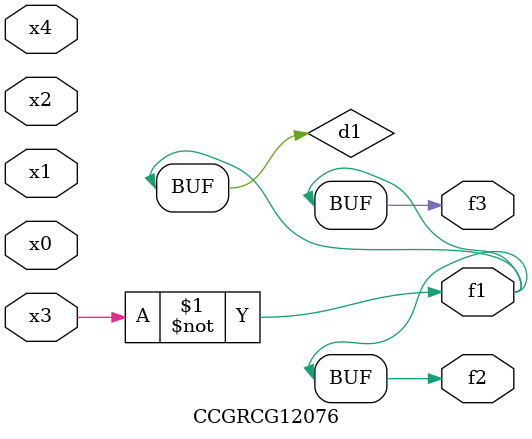
<source format=v>
module CCGRCG12076(
	input x0, x1, x2, x3, x4,
	output f1, f2, f3
);

	wire d1, d2;

	xnor (d1, x3);
	not (d2, x1);
	assign f1 = d1;
	assign f2 = d1;
	assign f3 = d1;
endmodule

</source>
